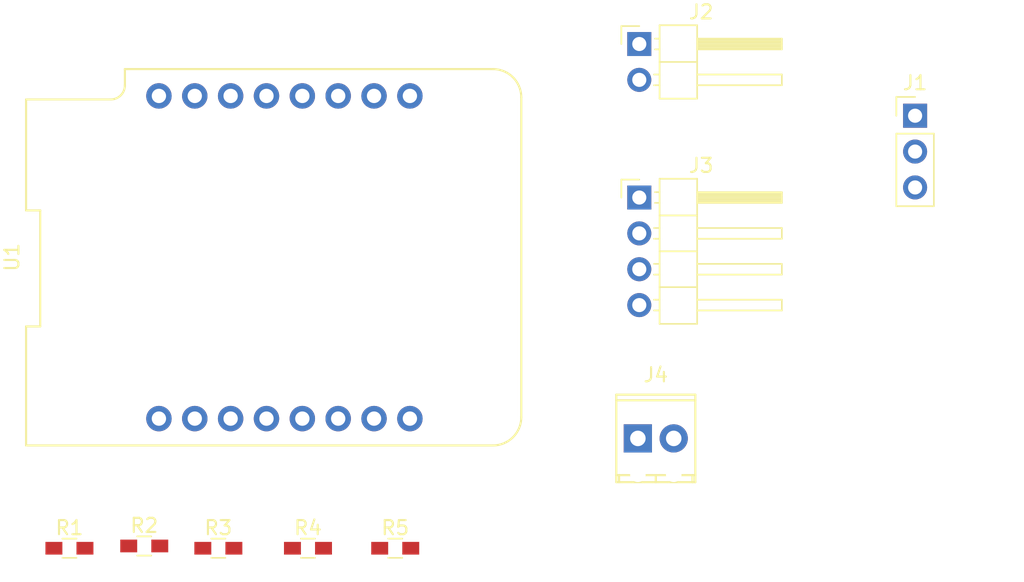
<source format=kicad_pcb>
(kicad_pcb (version 20171130) (host pcbnew "(5.0.1-3-g963ef8bb5)")

  (general
    (thickness 1.6)
    (drawings 0)
    (tracks 0)
    (zones 0)
    (modules 10)
    (nets 38)
  )

  (page A4)
  (layers
    (0 F.Cu signal)
    (31 B.Cu signal)
    (32 B.Adhes user)
    (33 F.Adhes user)
    (34 B.Paste user)
    (35 F.Paste user)
    (36 B.SilkS user)
    (37 F.SilkS user)
    (38 B.Mask user)
    (39 F.Mask user)
    (40 Dwgs.User user)
    (41 Cmts.User user)
    (42 Eco1.User user)
    (43 Eco2.User user)
    (44 Edge.Cuts user)
    (45 Margin user)
    (46 B.CrtYd user)
    (47 F.CrtYd user)
    (48 B.Fab user)
    (49 F.Fab user)
  )

  (setup
    (last_trace_width 0.25)
    (trace_clearance 0.2)
    (zone_clearance 0.508)
    (zone_45_only no)
    (trace_min 0.2)
    (segment_width 0.2)
    (edge_width 0.15)
    (via_size 0.8)
    (via_drill 0.4)
    (via_min_size 0.4)
    (via_min_drill 0.3)
    (uvia_size 0.3)
    (uvia_drill 0.1)
    (uvias_allowed no)
    (uvia_min_size 0.2)
    (uvia_min_drill 0.1)
    (pcb_text_width 0.3)
    (pcb_text_size 1.5 1.5)
    (mod_edge_width 0.15)
    (mod_text_size 1 1)
    (mod_text_width 0.15)
    (pad_size 1.524 1.524)
    (pad_drill 0.762)
    (pad_to_mask_clearance 0.051)
    (solder_mask_min_width 0.25)
    (aux_axis_origin 0 0)
    (visible_elements FFFFFF7F)
    (pcbplotparams
      (layerselection 0x010fc_ffffffff)
      (usegerberextensions false)
      (usegerberattributes false)
      (usegerberadvancedattributes false)
      (creategerberjobfile false)
      (excludeedgelayer true)
      (linewidth 0.100000)
      (plotframeref false)
      (viasonmask false)
      (mode 1)
      (useauxorigin false)
      (hpglpennumber 1)
      (hpglpenspeed 20)
      (hpglpendiameter 15.000000)
      (psnegative false)
      (psa4output false)
      (plotreference true)
      (plotvalue true)
      (plotinvisibletext false)
      (padsonsilk false)
      (subtractmaskfromsilk false)
      (outputformat 1)
      (mirror false)
      (drillshape 1)
      (scaleselection 1)
      (outputdirectory ""))
  )

  (net 0 "")
  (net 1 "Net-(J1-Pad3)")
  (net 2 "Net-(J1-Pad2)")
  (net 3 "Net-(J1-Pad1)")
  (net 4 "Net-(J2-Pad2)")
  (net 5 "Net-(J2-Pad1)")
  (net 6 "Net-(J3-Pad4)")
  (net 7 "Net-(J3-Pad3)")
  (net 8 "Net-(J3-Pad2)")
  (net 9 "Net-(J3-Pad1)")
  (net 10 "Net-(J4-Pad1)")
  (net 11 "Net-(J4-Pad2)")
  (net 12 "Net-(R1-Pad2)")
  (net 13 "Net-(R1-Pad1)")
  (net 14 "Net-(R2-Pad1)")
  (net 15 "Net-(R2-Pad2)")
  (net 16 "Net-(R3-Pad1)")
  (net 17 "Net-(R3-Pad2)")
  (net 18 "Net-(R4-Pad2)")
  (net 19 "Net-(R4-Pad1)")
  (net 20 "Net-(R5-Pad2)")
  (net 21 "Net-(R5-Pad1)")
  (net 22 "Net-(U1-Pad16)")
  (net 23 "Net-(U1-Pad1)")
  (net 24 "Net-(U1-Pad15)")
  (net 25 "Net-(U1-Pad2)")
  (net 26 "Net-(U1-Pad14)")
  (net 27 "Net-(U1-Pad3)")
  (net 28 "Net-(U1-Pad13)")
  (net 29 "Net-(U1-Pad4)")
  (net 30 "Net-(U1-Pad12)")
  (net 31 "Net-(U1-Pad5)")
  (net 32 "Net-(U1-Pad11)")
  (net 33 "Net-(U1-Pad6)")
  (net 34 "Net-(U1-Pad10)")
  (net 35 "Net-(U1-Pad7)")
  (net 36 "Net-(U1-Pad9)")
  (net 37 "Net-(U1-Pad8)")

  (net_class Default "This is the default net class."
    (clearance 0.2)
    (trace_width 0.25)
    (via_dia 0.8)
    (via_drill 0.4)
    (uvia_dia 0.3)
    (uvia_drill 0.1)
    (add_net "Net-(J1-Pad1)")
    (add_net "Net-(J1-Pad2)")
    (add_net "Net-(J1-Pad3)")
    (add_net "Net-(J2-Pad1)")
    (add_net "Net-(J2-Pad2)")
    (add_net "Net-(J3-Pad1)")
    (add_net "Net-(J3-Pad2)")
    (add_net "Net-(J3-Pad3)")
    (add_net "Net-(J3-Pad4)")
    (add_net "Net-(J4-Pad1)")
    (add_net "Net-(J4-Pad2)")
    (add_net "Net-(R1-Pad1)")
    (add_net "Net-(R1-Pad2)")
    (add_net "Net-(R2-Pad1)")
    (add_net "Net-(R2-Pad2)")
    (add_net "Net-(R3-Pad1)")
    (add_net "Net-(R3-Pad2)")
    (add_net "Net-(R4-Pad1)")
    (add_net "Net-(R4-Pad2)")
    (add_net "Net-(R5-Pad1)")
    (add_net "Net-(R5-Pad2)")
    (add_net "Net-(U1-Pad1)")
    (add_net "Net-(U1-Pad10)")
    (add_net "Net-(U1-Pad11)")
    (add_net "Net-(U1-Pad12)")
    (add_net "Net-(U1-Pad13)")
    (add_net "Net-(U1-Pad14)")
    (add_net "Net-(U1-Pad15)")
    (add_net "Net-(U1-Pad16)")
    (add_net "Net-(U1-Pad2)")
    (add_net "Net-(U1-Pad3)")
    (add_net "Net-(U1-Pad4)")
    (add_net "Net-(U1-Pad5)")
    (add_net "Net-(U1-Pad6)")
    (add_net "Net-(U1-Pad7)")
    (add_net "Net-(U1-Pad8)")
    (add_net "Net-(U1-Pad9)")
  )

  (module Pin_Headers:Pin_Header_Straight_1x03_Pitch2.54mm (layer F.Cu) (tedit 59650532) (tstamp 5CD621F1)
    (at 160.02 63.5)
    (descr "Through hole straight pin header, 1x03, 2.54mm pitch, single row")
    (tags "Through hole pin header THT 1x03 2.54mm single row")
    (path /5CD608CB)
    (fp_text reference J1 (at 0 -2.33) (layer F.SilkS)
      (effects (font (size 1 1) (thickness 0.15)))
    )
    (fp_text value Conn_01x03_Female (at 0 7.41) (layer F.Fab)
      (effects (font (size 1 1) (thickness 0.15)))
    )
    (fp_text user %R (at 0 2.54 90) (layer F.Fab)
      (effects (font (size 1 1) (thickness 0.15)))
    )
    (fp_line (start 1.8 -1.8) (end -1.8 -1.8) (layer F.CrtYd) (width 0.05))
    (fp_line (start 1.8 6.85) (end 1.8 -1.8) (layer F.CrtYd) (width 0.05))
    (fp_line (start -1.8 6.85) (end 1.8 6.85) (layer F.CrtYd) (width 0.05))
    (fp_line (start -1.8 -1.8) (end -1.8 6.85) (layer F.CrtYd) (width 0.05))
    (fp_line (start -1.33 -1.33) (end 0 -1.33) (layer F.SilkS) (width 0.12))
    (fp_line (start -1.33 0) (end -1.33 -1.33) (layer F.SilkS) (width 0.12))
    (fp_line (start -1.33 1.27) (end 1.33 1.27) (layer F.SilkS) (width 0.12))
    (fp_line (start 1.33 1.27) (end 1.33 6.41) (layer F.SilkS) (width 0.12))
    (fp_line (start -1.33 1.27) (end -1.33 6.41) (layer F.SilkS) (width 0.12))
    (fp_line (start -1.33 6.41) (end 1.33 6.41) (layer F.SilkS) (width 0.12))
    (fp_line (start -1.27 -0.635) (end -0.635 -1.27) (layer F.Fab) (width 0.1))
    (fp_line (start -1.27 6.35) (end -1.27 -0.635) (layer F.Fab) (width 0.1))
    (fp_line (start 1.27 6.35) (end -1.27 6.35) (layer F.Fab) (width 0.1))
    (fp_line (start 1.27 -1.27) (end 1.27 6.35) (layer F.Fab) (width 0.1))
    (fp_line (start -0.635 -1.27) (end 1.27 -1.27) (layer F.Fab) (width 0.1))
    (pad 3 thru_hole oval (at 0 5.08) (size 1.7 1.7) (drill 1) (layers *.Cu *.Mask)
      (net 1 "Net-(J1-Pad3)"))
    (pad 2 thru_hole oval (at 0 2.54) (size 1.7 1.7) (drill 1) (layers *.Cu *.Mask)
      (net 2 "Net-(J1-Pad2)"))
    (pad 1 thru_hole rect (at 0 0) (size 1.7 1.7) (drill 1) (layers *.Cu *.Mask)
      (net 3 "Net-(J1-Pad1)"))
    (model ${KISYS3DMOD}/Pin_Headers.3dshapes/Pin_Header_Straight_1x03_Pitch2.54mm.wrl
      (at (xyz 0 0 0))
      (scale (xyz 1 1 1))
      (rotate (xyz 0 0 0))
    )
  )

  (module Pin_Headers:Pin_Header_Angled_1x02_Pitch2.54mm (layer F.Cu) (tedit 59650532) (tstamp 5CD62224)
    (at 140.480001 58.42)
    (descr "Through hole angled pin header, 1x02, 2.54mm pitch, 6mm pin length, single row")
    (tags "Through hole angled pin header THT 1x02 2.54mm single row")
    (path /5CD60B2A)
    (fp_text reference J2 (at 4.385 -2.27) (layer F.SilkS)
      (effects (font (size 1 1) (thickness 0.15)))
    )
    (fp_text value Conn_01x02_Male (at 4.385 4.81) (layer F.Fab)
      (effects (font (size 1 1) (thickness 0.15)))
    )
    (fp_text user %R (at 2.77 1.27 90) (layer F.Fab)
      (effects (font (size 1 1) (thickness 0.15)))
    )
    (fp_line (start 10.55 -1.8) (end -1.8 -1.8) (layer F.CrtYd) (width 0.05))
    (fp_line (start 10.55 4.35) (end 10.55 -1.8) (layer F.CrtYd) (width 0.05))
    (fp_line (start -1.8 4.35) (end 10.55 4.35) (layer F.CrtYd) (width 0.05))
    (fp_line (start -1.8 -1.8) (end -1.8 4.35) (layer F.CrtYd) (width 0.05))
    (fp_line (start -1.27 -1.27) (end 0 -1.27) (layer F.SilkS) (width 0.12))
    (fp_line (start -1.27 0) (end -1.27 -1.27) (layer F.SilkS) (width 0.12))
    (fp_line (start 1.042929 2.92) (end 1.44 2.92) (layer F.SilkS) (width 0.12))
    (fp_line (start 1.042929 2.16) (end 1.44 2.16) (layer F.SilkS) (width 0.12))
    (fp_line (start 10.1 2.92) (end 4.1 2.92) (layer F.SilkS) (width 0.12))
    (fp_line (start 10.1 2.16) (end 10.1 2.92) (layer F.SilkS) (width 0.12))
    (fp_line (start 4.1 2.16) (end 10.1 2.16) (layer F.SilkS) (width 0.12))
    (fp_line (start 1.44 1.27) (end 4.1 1.27) (layer F.SilkS) (width 0.12))
    (fp_line (start 1.11 0.38) (end 1.44 0.38) (layer F.SilkS) (width 0.12))
    (fp_line (start 1.11 -0.38) (end 1.44 -0.38) (layer F.SilkS) (width 0.12))
    (fp_line (start 4.1 0.28) (end 10.1 0.28) (layer F.SilkS) (width 0.12))
    (fp_line (start 4.1 0.16) (end 10.1 0.16) (layer F.SilkS) (width 0.12))
    (fp_line (start 4.1 0.04) (end 10.1 0.04) (layer F.SilkS) (width 0.12))
    (fp_line (start 4.1 -0.08) (end 10.1 -0.08) (layer F.SilkS) (width 0.12))
    (fp_line (start 4.1 -0.2) (end 10.1 -0.2) (layer F.SilkS) (width 0.12))
    (fp_line (start 4.1 -0.32) (end 10.1 -0.32) (layer F.SilkS) (width 0.12))
    (fp_line (start 10.1 0.38) (end 4.1 0.38) (layer F.SilkS) (width 0.12))
    (fp_line (start 10.1 -0.38) (end 10.1 0.38) (layer F.SilkS) (width 0.12))
    (fp_line (start 4.1 -0.38) (end 10.1 -0.38) (layer F.SilkS) (width 0.12))
    (fp_line (start 4.1 -1.33) (end 1.44 -1.33) (layer F.SilkS) (width 0.12))
    (fp_line (start 4.1 3.87) (end 4.1 -1.33) (layer F.SilkS) (width 0.12))
    (fp_line (start 1.44 3.87) (end 4.1 3.87) (layer F.SilkS) (width 0.12))
    (fp_line (start 1.44 -1.33) (end 1.44 3.87) (layer F.SilkS) (width 0.12))
    (fp_line (start 4.04 2.86) (end 10.04 2.86) (layer F.Fab) (width 0.1))
    (fp_line (start 10.04 2.22) (end 10.04 2.86) (layer F.Fab) (width 0.1))
    (fp_line (start 4.04 2.22) (end 10.04 2.22) (layer F.Fab) (width 0.1))
    (fp_line (start -0.32 2.86) (end 1.5 2.86) (layer F.Fab) (width 0.1))
    (fp_line (start -0.32 2.22) (end -0.32 2.86) (layer F.Fab) (width 0.1))
    (fp_line (start -0.32 2.22) (end 1.5 2.22) (layer F.Fab) (width 0.1))
    (fp_line (start 4.04 0.32) (end 10.04 0.32) (layer F.Fab) (width 0.1))
    (fp_line (start 10.04 -0.32) (end 10.04 0.32) (layer F.Fab) (width 0.1))
    (fp_line (start 4.04 -0.32) (end 10.04 -0.32) (layer F.Fab) (width 0.1))
    (fp_line (start -0.32 0.32) (end 1.5 0.32) (layer F.Fab) (width 0.1))
    (fp_line (start -0.32 -0.32) (end -0.32 0.32) (layer F.Fab) (width 0.1))
    (fp_line (start -0.32 -0.32) (end 1.5 -0.32) (layer F.Fab) (width 0.1))
    (fp_line (start 1.5 -0.635) (end 2.135 -1.27) (layer F.Fab) (width 0.1))
    (fp_line (start 1.5 3.81) (end 1.5 -0.635) (layer F.Fab) (width 0.1))
    (fp_line (start 4.04 3.81) (end 1.5 3.81) (layer F.Fab) (width 0.1))
    (fp_line (start 4.04 -1.27) (end 4.04 3.81) (layer F.Fab) (width 0.1))
    (fp_line (start 2.135 -1.27) (end 4.04 -1.27) (layer F.Fab) (width 0.1))
    (pad 2 thru_hole oval (at 0 2.54) (size 1.7 1.7) (drill 1) (layers *.Cu *.Mask)
      (net 4 "Net-(J2-Pad2)"))
    (pad 1 thru_hole rect (at 0 0) (size 1.7 1.7) (drill 1) (layers *.Cu *.Mask)
      (net 5 "Net-(J2-Pad1)"))
    (model ${KISYS3DMOD}/Pin_Headers.3dshapes/Pin_Header_Angled_1x02_Pitch2.54mm.wrl
      (at (xyz 0 0 0))
      (scale (xyz 1 1 1))
      (rotate (xyz 0 0 0))
    )
  )

  (module Pin_Headers:Pin_Header_Angled_1x04_Pitch2.54mm (layer F.Cu) (tedit 59650532) (tstamp 5CD62271)
    (at 140.480001 69.295001)
    (descr "Through hole angled pin header, 1x04, 2.54mm pitch, 6mm pin length, single row")
    (tags "Through hole angled pin header THT 1x04 2.54mm single row")
    (path /5CD60D13)
    (fp_text reference J3 (at 4.385 -2.27) (layer F.SilkS)
      (effects (font (size 1 1) (thickness 0.15)))
    )
    (fp_text value Conn_01x04_Male (at 4.385 9.89) (layer F.Fab)
      (effects (font (size 1 1) (thickness 0.15)))
    )
    (fp_text user %R (at 2.77 3.81 90) (layer F.Fab)
      (effects (font (size 1 1) (thickness 0.15)))
    )
    (fp_line (start 10.55 -1.8) (end -1.8 -1.8) (layer F.CrtYd) (width 0.05))
    (fp_line (start 10.55 9.4) (end 10.55 -1.8) (layer F.CrtYd) (width 0.05))
    (fp_line (start -1.8 9.4) (end 10.55 9.4) (layer F.CrtYd) (width 0.05))
    (fp_line (start -1.8 -1.8) (end -1.8 9.4) (layer F.CrtYd) (width 0.05))
    (fp_line (start -1.27 -1.27) (end 0 -1.27) (layer F.SilkS) (width 0.12))
    (fp_line (start -1.27 0) (end -1.27 -1.27) (layer F.SilkS) (width 0.12))
    (fp_line (start 1.042929 8) (end 1.44 8) (layer F.SilkS) (width 0.12))
    (fp_line (start 1.042929 7.24) (end 1.44 7.24) (layer F.SilkS) (width 0.12))
    (fp_line (start 10.1 8) (end 4.1 8) (layer F.SilkS) (width 0.12))
    (fp_line (start 10.1 7.24) (end 10.1 8) (layer F.SilkS) (width 0.12))
    (fp_line (start 4.1 7.24) (end 10.1 7.24) (layer F.SilkS) (width 0.12))
    (fp_line (start 1.44 6.35) (end 4.1 6.35) (layer F.SilkS) (width 0.12))
    (fp_line (start 1.042929 5.46) (end 1.44 5.46) (layer F.SilkS) (width 0.12))
    (fp_line (start 1.042929 4.7) (end 1.44 4.7) (layer F.SilkS) (width 0.12))
    (fp_line (start 10.1 5.46) (end 4.1 5.46) (layer F.SilkS) (width 0.12))
    (fp_line (start 10.1 4.7) (end 10.1 5.46) (layer F.SilkS) (width 0.12))
    (fp_line (start 4.1 4.7) (end 10.1 4.7) (layer F.SilkS) (width 0.12))
    (fp_line (start 1.44 3.81) (end 4.1 3.81) (layer F.SilkS) (width 0.12))
    (fp_line (start 1.042929 2.92) (end 1.44 2.92) (layer F.SilkS) (width 0.12))
    (fp_line (start 1.042929 2.16) (end 1.44 2.16) (layer F.SilkS) (width 0.12))
    (fp_line (start 10.1 2.92) (end 4.1 2.92) (layer F.SilkS) (width 0.12))
    (fp_line (start 10.1 2.16) (end 10.1 2.92) (layer F.SilkS) (width 0.12))
    (fp_line (start 4.1 2.16) (end 10.1 2.16) (layer F.SilkS) (width 0.12))
    (fp_line (start 1.44 1.27) (end 4.1 1.27) (layer F.SilkS) (width 0.12))
    (fp_line (start 1.11 0.38) (end 1.44 0.38) (layer F.SilkS) (width 0.12))
    (fp_line (start 1.11 -0.38) (end 1.44 -0.38) (layer F.SilkS) (width 0.12))
    (fp_line (start 4.1 0.28) (end 10.1 0.28) (layer F.SilkS) (width 0.12))
    (fp_line (start 4.1 0.16) (end 10.1 0.16) (layer F.SilkS) (width 0.12))
    (fp_line (start 4.1 0.04) (end 10.1 0.04) (layer F.SilkS) (width 0.12))
    (fp_line (start 4.1 -0.08) (end 10.1 -0.08) (layer F.SilkS) (width 0.12))
    (fp_line (start 4.1 -0.2) (end 10.1 -0.2) (layer F.SilkS) (width 0.12))
    (fp_line (start 4.1 -0.32) (end 10.1 -0.32) (layer F.SilkS) (width 0.12))
    (fp_line (start 10.1 0.38) (end 4.1 0.38) (layer F.SilkS) (width 0.12))
    (fp_line (start 10.1 -0.38) (end 10.1 0.38) (layer F.SilkS) (width 0.12))
    (fp_line (start 4.1 -0.38) (end 10.1 -0.38) (layer F.SilkS) (width 0.12))
    (fp_line (start 4.1 -1.33) (end 1.44 -1.33) (layer F.SilkS) (width 0.12))
    (fp_line (start 4.1 8.95) (end 4.1 -1.33) (layer F.SilkS) (width 0.12))
    (fp_line (start 1.44 8.95) (end 4.1 8.95) (layer F.SilkS) (width 0.12))
    (fp_line (start 1.44 -1.33) (end 1.44 8.95) (layer F.SilkS) (width 0.12))
    (fp_line (start 4.04 7.94) (end 10.04 7.94) (layer F.Fab) (width 0.1))
    (fp_line (start 10.04 7.3) (end 10.04 7.94) (layer F.Fab) (width 0.1))
    (fp_line (start 4.04 7.3) (end 10.04 7.3) (layer F.Fab) (width 0.1))
    (fp_line (start -0.32 7.94) (end 1.5 7.94) (layer F.Fab) (width 0.1))
    (fp_line (start -0.32 7.3) (end -0.32 7.94) (layer F.Fab) (width 0.1))
    (fp_line (start -0.32 7.3) (end 1.5 7.3) (layer F.Fab) (width 0.1))
    (fp_line (start 4.04 5.4) (end 10.04 5.4) (layer F.Fab) (width 0.1))
    (fp_line (start 10.04 4.76) (end 10.04 5.4) (layer F.Fab) (width 0.1))
    (fp_line (start 4.04 4.76) (end 10.04 4.76) (layer F.Fab) (width 0.1))
    (fp_line (start -0.32 5.4) (end 1.5 5.4) (layer F.Fab) (width 0.1))
    (fp_line (start -0.32 4.76) (end -0.32 5.4) (layer F.Fab) (width 0.1))
    (fp_line (start -0.32 4.76) (end 1.5 4.76) (layer F.Fab) (width 0.1))
    (fp_line (start 4.04 2.86) (end 10.04 2.86) (layer F.Fab) (width 0.1))
    (fp_line (start 10.04 2.22) (end 10.04 2.86) (layer F.Fab) (width 0.1))
    (fp_line (start 4.04 2.22) (end 10.04 2.22) (layer F.Fab) (width 0.1))
    (fp_line (start -0.32 2.86) (end 1.5 2.86) (layer F.Fab) (width 0.1))
    (fp_line (start -0.32 2.22) (end -0.32 2.86) (layer F.Fab) (width 0.1))
    (fp_line (start -0.32 2.22) (end 1.5 2.22) (layer F.Fab) (width 0.1))
    (fp_line (start 4.04 0.32) (end 10.04 0.32) (layer F.Fab) (width 0.1))
    (fp_line (start 10.04 -0.32) (end 10.04 0.32) (layer F.Fab) (width 0.1))
    (fp_line (start 4.04 -0.32) (end 10.04 -0.32) (layer F.Fab) (width 0.1))
    (fp_line (start -0.32 0.32) (end 1.5 0.32) (layer F.Fab) (width 0.1))
    (fp_line (start -0.32 -0.32) (end -0.32 0.32) (layer F.Fab) (width 0.1))
    (fp_line (start -0.32 -0.32) (end 1.5 -0.32) (layer F.Fab) (width 0.1))
    (fp_line (start 1.5 -0.635) (end 2.135 -1.27) (layer F.Fab) (width 0.1))
    (fp_line (start 1.5 8.89) (end 1.5 -0.635) (layer F.Fab) (width 0.1))
    (fp_line (start 4.04 8.89) (end 1.5 8.89) (layer F.Fab) (width 0.1))
    (fp_line (start 4.04 -1.27) (end 4.04 8.89) (layer F.Fab) (width 0.1))
    (fp_line (start 2.135 -1.27) (end 4.04 -1.27) (layer F.Fab) (width 0.1))
    (pad 4 thru_hole oval (at 0 7.62) (size 1.7 1.7) (drill 1) (layers *.Cu *.Mask)
      (net 6 "Net-(J3-Pad4)"))
    (pad 3 thru_hole oval (at 0 5.08) (size 1.7 1.7) (drill 1) (layers *.Cu *.Mask)
      (net 7 "Net-(J3-Pad3)"))
    (pad 2 thru_hole oval (at 0 2.54) (size 1.7 1.7) (drill 1) (layers *.Cu *.Mask)
      (net 8 "Net-(J3-Pad2)"))
    (pad 1 thru_hole rect (at 0 0) (size 1.7 1.7) (drill 1) (layers *.Cu *.Mask)
      (net 9 "Net-(J3-Pad1)"))
    (model ${KISYS3DMOD}/Pin_Headers.3dshapes/Pin_Header_Angled_1x04_Pitch2.54mm.wrl
      (at (xyz 0 0 0))
      (scale (xyz 1 1 1))
      (rotate (xyz 0 0 0))
    )
  )

  (module TerminalBlocks_Phoenix:TerminalBlock_Phoenix_MPT-2.54mm_2pol (layer F.Cu) (tedit 59FF0755) (tstamp 5CD62287)
    (at 140.380001 86.36)
    (descr "2-way 2.54mm pitch terminal block, Phoenix MPT series")
    (path /5CD613D0)
    (fp_text reference J4 (at 1.27 -4.50088) (layer F.SilkS)
      (effects (font (size 1 1) (thickness 0.15)))
    )
    (fp_text value Screw_Terminal_01x02 (at 1.27 4.50088) (layer F.Fab)
      (effects (font (size 1 1) (thickness 0.15)))
    )
    (fp_line (start -1.52908 -3.0988) (end -1.52908 3.0988) (layer F.SilkS) (width 0.15))
    (fp_line (start 4.06908 -3.0988) (end -1.52908 -3.0988) (layer F.SilkS) (width 0.15))
    (fp_line (start 4.06908 3.0988) (end 4.06908 -3.0988) (layer F.SilkS) (width 0.15))
    (fp_line (start -1.52908 3.0988) (end 4.06908 3.0988) (layer F.SilkS) (width 0.15))
    (fp_line (start -1.52908 -2.70002) (end 4.06908 -2.70002) (layer F.SilkS) (width 0.15))
    (fp_line (start 1.27 3.0988) (end 1.27 2.60096) (layer F.SilkS) (width 0.15))
    (fp_line (start 3.87096 2.60096) (end 3.87096 3.0988) (layer F.SilkS) (width 0.15))
    (fp_line (start -1.33096 3.0988) (end -1.33096 2.60096) (layer F.SilkS) (width 0.15))
    (fp_line (start 4.06908 2.60096) (end -1.52908 2.60096) (layer F.SilkS) (width 0.15))
    (fp_line (start 4.3 -3.3) (end 4.3 3.3) (layer F.CrtYd) (width 0.05))
    (fp_line (start 4.3 3.3) (end -1.7 3.3) (layer F.CrtYd) (width 0.05))
    (fp_line (start -1.7 3.3) (end -1.7 -3.3) (layer F.CrtYd) (width 0.05))
    (fp_line (start -1.7 -3.3) (end 4.3 -3.3) (layer F.CrtYd) (width 0.05))
    (fp_text user %R (at 1.27 1.045) (layer F.Fab)
      (effects (font (size 1 1) (thickness 0.15)))
    )
    (pad "" np_thru_hole circle (at 2.54 2.54) (size 1.1 1.1) (drill 1.1) (layers *.Cu *.Mask))
    (pad "" np_thru_hole circle (at 0 2.54) (size 1.1 1.1) (drill 1.1) (layers *.Cu *.Mask))
    (pad 1 thru_hole rect (at 0 0) (size 1.99898 1.99898) (drill 1.09728) (layers *.Cu *.Mask)
      (net 10 "Net-(J4-Pad1)"))
    (pad 2 thru_hole oval (at 2.54 0) (size 1.99898 1.99898) (drill 1.09728) (layers *.Cu *.Mask)
      (net 11 "Net-(J4-Pad2)"))
    (model ${KISYS3DMOD}/TerminalBlock_Phoenix.3dshapes/TerminalBlock_Phoenix_MPT-2.54mm_2pol.wrl
      (offset (xyz 1.269999980926514 0 0))
      (scale (xyz 1 1 1))
      (rotate (xyz 0 0 0))
    )
  )

  (module Resistors_SMD:R_0603_HandSoldering (layer F.Cu) (tedit 58E0A804) (tstamp 5CD631E8)
    (at 100.110001 94.140001)
    (descr "Resistor SMD 0603, hand soldering")
    (tags "resistor 0603")
    (path /5CD60E87)
    (attr smd)
    (fp_text reference R1 (at 0 -1.45) (layer F.SilkS)
      (effects (font (size 1 1) (thickness 0.15)))
    )
    (fp_text value R (at 0 1.55) (layer F.Fab)
      (effects (font (size 1 1) (thickness 0.15)))
    )
    (fp_line (start 1.95 0.7) (end -1.96 0.7) (layer F.CrtYd) (width 0.05))
    (fp_line (start 1.95 0.7) (end 1.95 -0.7) (layer F.CrtYd) (width 0.05))
    (fp_line (start -1.96 -0.7) (end -1.96 0.7) (layer F.CrtYd) (width 0.05))
    (fp_line (start -1.96 -0.7) (end 1.95 -0.7) (layer F.CrtYd) (width 0.05))
    (fp_line (start -0.5 -0.68) (end 0.5 -0.68) (layer F.SilkS) (width 0.12))
    (fp_line (start 0.5 0.68) (end -0.5 0.68) (layer F.SilkS) (width 0.12))
    (fp_line (start -0.8 -0.4) (end 0.8 -0.4) (layer F.Fab) (width 0.1))
    (fp_line (start 0.8 -0.4) (end 0.8 0.4) (layer F.Fab) (width 0.1))
    (fp_line (start 0.8 0.4) (end -0.8 0.4) (layer F.Fab) (width 0.1))
    (fp_line (start -0.8 0.4) (end -0.8 -0.4) (layer F.Fab) (width 0.1))
    (fp_text user %R (at 0 0) (layer F.Fab)
      (effects (font (size 0.4 0.4) (thickness 0.075)))
    )
    (pad 2 smd rect (at 1.1 0) (size 1.2 0.9) (layers F.Cu F.Paste F.Mask)
      (net 12 "Net-(R1-Pad2)"))
    (pad 1 smd rect (at -1.1 0) (size 1.2 0.9) (layers F.Cu F.Paste F.Mask)
      (net 13 "Net-(R1-Pad1)"))
    (model ${KISYS3DMOD}/Resistors_SMD.3dshapes/R_0603.wrl
      (at (xyz 0 0 0))
      (scale (xyz 1 1 1))
      (rotate (xyz 0 0 0))
    )
  )

  (module Resistors_SMD:R_0603_HandSoldering (layer F.Cu) (tedit 58E0A804) (tstamp 5CD622A9)
    (at 105.41 93.98)
    (descr "Resistor SMD 0603, hand soldering")
    (tags "resistor 0603")
    (path /5CD60FB4)
    (attr smd)
    (fp_text reference R2 (at 0 -1.45) (layer F.SilkS)
      (effects (font (size 1 1) (thickness 0.15)))
    )
    (fp_text value R (at 0 1.55) (layer F.Fab)
      (effects (font (size 1 1) (thickness 0.15)))
    )
    (fp_text user %R (at 0 0) (layer F.Fab)
      (effects (font (size 0.4 0.4) (thickness 0.075)))
    )
    (fp_line (start -0.8 0.4) (end -0.8 -0.4) (layer F.Fab) (width 0.1))
    (fp_line (start 0.8 0.4) (end -0.8 0.4) (layer F.Fab) (width 0.1))
    (fp_line (start 0.8 -0.4) (end 0.8 0.4) (layer F.Fab) (width 0.1))
    (fp_line (start -0.8 -0.4) (end 0.8 -0.4) (layer F.Fab) (width 0.1))
    (fp_line (start 0.5 0.68) (end -0.5 0.68) (layer F.SilkS) (width 0.12))
    (fp_line (start -0.5 -0.68) (end 0.5 -0.68) (layer F.SilkS) (width 0.12))
    (fp_line (start -1.96 -0.7) (end 1.95 -0.7) (layer F.CrtYd) (width 0.05))
    (fp_line (start -1.96 -0.7) (end -1.96 0.7) (layer F.CrtYd) (width 0.05))
    (fp_line (start 1.95 0.7) (end 1.95 -0.7) (layer F.CrtYd) (width 0.05))
    (fp_line (start 1.95 0.7) (end -1.96 0.7) (layer F.CrtYd) (width 0.05))
    (pad 1 smd rect (at -1.1 0) (size 1.2 0.9) (layers F.Cu F.Paste F.Mask)
      (net 14 "Net-(R2-Pad1)"))
    (pad 2 smd rect (at 1.1 0) (size 1.2 0.9) (layers F.Cu F.Paste F.Mask)
      (net 15 "Net-(R2-Pad2)"))
    (model ${KISYS3DMOD}/Resistors_SMD.3dshapes/R_0603.wrl
      (at (xyz 0 0 0))
      (scale (xyz 1 1 1))
      (rotate (xyz 0 0 0))
    )
  )

  (module Resistors_SMD:R_0603_HandSoldering (layer F.Cu) (tedit 58E0A804) (tstamp 5CD622BA)
    (at 110.66 94.140001)
    (descr "Resistor SMD 0603, hand soldering")
    (tags "resistor 0603")
    (path /5CD610FF)
    (attr smd)
    (fp_text reference R3 (at 0 -1.45) (layer F.SilkS)
      (effects (font (size 1 1) (thickness 0.15)))
    )
    (fp_text value R (at 0 1.55) (layer F.Fab)
      (effects (font (size 1 1) (thickness 0.15)))
    )
    (fp_text user %R (at 0 0) (layer F.Fab)
      (effects (font (size 0.4 0.4) (thickness 0.075)))
    )
    (fp_line (start -0.8 0.4) (end -0.8 -0.4) (layer F.Fab) (width 0.1))
    (fp_line (start 0.8 0.4) (end -0.8 0.4) (layer F.Fab) (width 0.1))
    (fp_line (start 0.8 -0.4) (end 0.8 0.4) (layer F.Fab) (width 0.1))
    (fp_line (start -0.8 -0.4) (end 0.8 -0.4) (layer F.Fab) (width 0.1))
    (fp_line (start 0.5 0.68) (end -0.5 0.68) (layer F.SilkS) (width 0.12))
    (fp_line (start -0.5 -0.68) (end 0.5 -0.68) (layer F.SilkS) (width 0.12))
    (fp_line (start -1.96 -0.7) (end 1.95 -0.7) (layer F.CrtYd) (width 0.05))
    (fp_line (start -1.96 -0.7) (end -1.96 0.7) (layer F.CrtYd) (width 0.05))
    (fp_line (start 1.95 0.7) (end 1.95 -0.7) (layer F.CrtYd) (width 0.05))
    (fp_line (start 1.95 0.7) (end -1.96 0.7) (layer F.CrtYd) (width 0.05))
    (pad 1 smd rect (at -1.1 0) (size 1.2 0.9) (layers F.Cu F.Paste F.Mask)
      (net 16 "Net-(R3-Pad1)"))
    (pad 2 smd rect (at 1.1 0) (size 1.2 0.9) (layers F.Cu F.Paste F.Mask)
      (net 17 "Net-(R3-Pad2)"))
    (model ${KISYS3DMOD}/Resistors_SMD.3dshapes/R_0603.wrl
      (at (xyz 0 0 0))
      (scale (xyz 1 1 1))
      (rotate (xyz 0 0 0))
    )
  )

  (module Resistors_SMD:R_0603_HandSoldering (layer F.Cu) (tedit 58E0A804) (tstamp 5CD622CB)
    (at 117.01 94.140001)
    (descr "Resistor SMD 0603, hand soldering")
    (tags "resistor 0603")
    (path /5CD610A4)
    (attr smd)
    (fp_text reference R4 (at 0 -1.45) (layer F.SilkS)
      (effects (font (size 1 1) (thickness 0.15)))
    )
    (fp_text value R (at 0 1.55) (layer F.Fab)
      (effects (font (size 1 1) (thickness 0.15)))
    )
    (fp_line (start 1.95 0.7) (end -1.96 0.7) (layer F.CrtYd) (width 0.05))
    (fp_line (start 1.95 0.7) (end 1.95 -0.7) (layer F.CrtYd) (width 0.05))
    (fp_line (start -1.96 -0.7) (end -1.96 0.7) (layer F.CrtYd) (width 0.05))
    (fp_line (start -1.96 -0.7) (end 1.95 -0.7) (layer F.CrtYd) (width 0.05))
    (fp_line (start -0.5 -0.68) (end 0.5 -0.68) (layer F.SilkS) (width 0.12))
    (fp_line (start 0.5 0.68) (end -0.5 0.68) (layer F.SilkS) (width 0.12))
    (fp_line (start -0.8 -0.4) (end 0.8 -0.4) (layer F.Fab) (width 0.1))
    (fp_line (start 0.8 -0.4) (end 0.8 0.4) (layer F.Fab) (width 0.1))
    (fp_line (start 0.8 0.4) (end -0.8 0.4) (layer F.Fab) (width 0.1))
    (fp_line (start -0.8 0.4) (end -0.8 -0.4) (layer F.Fab) (width 0.1))
    (fp_text user %R (at 0 0) (layer F.Fab)
      (effects (font (size 0.4 0.4) (thickness 0.075)))
    )
    (pad 2 smd rect (at 1.1 0) (size 1.2 0.9) (layers F.Cu F.Paste F.Mask)
      (net 18 "Net-(R4-Pad2)"))
    (pad 1 smd rect (at -1.1 0) (size 1.2 0.9) (layers F.Cu F.Paste F.Mask)
      (net 19 "Net-(R4-Pad1)"))
    (model ${KISYS3DMOD}/Resistors_SMD.3dshapes/R_0603.wrl
      (at (xyz 0 0 0))
      (scale (xyz 1 1 1))
      (rotate (xyz 0 0 0))
    )
  )

  (module Resistors_SMD:R_0603_HandSoldering (layer F.Cu) (tedit 58E0A804) (tstamp 5CD622DC)
    (at 123.19 94.140001)
    (descr "Resistor SMD 0603, hand soldering")
    (tags "resistor 0603")
    (path /5CD6122D)
    (attr smd)
    (fp_text reference R5 (at 0 -1.45) (layer F.SilkS)
      (effects (font (size 1 1) (thickness 0.15)))
    )
    (fp_text value R (at 0 1.55) (layer F.Fab)
      (effects (font (size 1 1) (thickness 0.15)))
    )
    (fp_line (start 1.95 0.7) (end -1.96 0.7) (layer F.CrtYd) (width 0.05))
    (fp_line (start 1.95 0.7) (end 1.95 -0.7) (layer F.CrtYd) (width 0.05))
    (fp_line (start -1.96 -0.7) (end -1.96 0.7) (layer F.CrtYd) (width 0.05))
    (fp_line (start -1.96 -0.7) (end 1.95 -0.7) (layer F.CrtYd) (width 0.05))
    (fp_line (start -0.5 -0.68) (end 0.5 -0.68) (layer F.SilkS) (width 0.12))
    (fp_line (start 0.5 0.68) (end -0.5 0.68) (layer F.SilkS) (width 0.12))
    (fp_line (start -0.8 -0.4) (end 0.8 -0.4) (layer F.Fab) (width 0.1))
    (fp_line (start 0.8 -0.4) (end 0.8 0.4) (layer F.Fab) (width 0.1))
    (fp_line (start 0.8 0.4) (end -0.8 0.4) (layer F.Fab) (width 0.1))
    (fp_line (start -0.8 0.4) (end -0.8 -0.4) (layer F.Fab) (width 0.1))
    (fp_text user %R (at 2.159999 0) (layer F.Fab)
      (effects (font (size 0.4 0.4) (thickness 0.075)))
    )
    (pad 2 smd rect (at 1.1 0) (size 1.2 0.9) (layers F.Cu F.Paste F.Mask)
      (net 20 "Net-(R5-Pad2)"))
    (pad 1 smd rect (at -1.1 0) (size 1.2 0.9) (layers F.Cu F.Paste F.Mask)
      (net 21 "Net-(R5-Pad1)"))
    (model ${KISYS3DMOD}/Resistors_SMD.3dshapes/R_0603.wrl
      (at (xyz 0 0 0))
      (scale (xyz 1 1 1))
      (rotate (xyz 0 0 0))
    )
  )

  (module wemos-d1-mini:wemos-d1-mini-with-pin-header-and-connector (layer F.Cu) (tedit 58B56593) (tstamp 5CD62307)
    (at 115.340001 73.527025)
    (path /5CD60680)
    (fp_text reference U1 (at -19.3 0 90) (layer F.SilkS)
      (effects (font (size 1 1) (thickness 0.15)))
    )
    (fp_text value WeMos_mini (at 0 0) (layer F.Fab)
      (effects (font (size 1 1) (thickness 0.15)))
    )
    (fp_line (start -18.3 13.33) (end 14.78 13.33) (layer F.SilkS) (width 0.15))
    (fp_line (start 16.78 11.33) (end 16.78 -11.33) (layer F.SilkS) (width 0.15))
    (fp_line (start 14.78 -13.33) (end -11.3 -13.33) (layer F.SilkS) (width 0.15))
    (fp_line (start -18.3 -11.18) (end -18.3 -3.32) (layer F.SilkS) (width 0.15))
    (fp_line (start -18.3 -3.32) (end -17.3 -3.32) (layer F.SilkS) (width 0.15))
    (fp_line (start -17.3 -3.32) (end -17.3 4.9) (layer F.SilkS) (width 0.15))
    (fp_line (start -17.3 4.9) (end -18.3 4.9) (layer F.SilkS) (width 0.15))
    (fp_line (start -18.3 4.9) (end -18.3 13.329999) (layer F.SilkS) (width 0.15))
    (fp_line (start -11.48 -13.5) (end 14.85 -13.5) (layer F.CrtYd) (width 0.05))
    (fp_line (start 16.94 -11.5) (end 16.94 11.5) (layer F.CrtYd) (width 0.05))
    (fp_line (start 14.94 13.5) (end -18.46 13.5) (layer F.CrtYd) (width 0.05))
    (fp_line (start -18.46 13.5) (end -18.46 -11.33) (layer F.CrtYd) (width 0.05))
    (fp_arc (start 14.78 -11.33) (end 14.78 -13.33) (angle 90) (layer F.SilkS) (width 0.15))
    (fp_arc (start 14.78 11.33) (end 16.78 11.33) (angle 90) (layer F.SilkS) (width 0.15))
    (fp_arc (start 14.94 11.5) (end 16.94 11.5) (angle 90) (layer F.CrtYd) (width 0.05))
    (fp_arc (start 14.94 -11.5) (end 14.85 -13.5) (angle 92.57657183) (layer F.CrtYd) (width 0.05))
    (fp_line (start -18.3 -11.18) (end -12.3 -11.18) (layer F.SilkS) (width 0.15))
    (fp_arc (start -12.3 -12.18) (end -11.3 -12.18) (angle 90) (layer F.SilkS) (width 0.15))
    (fp_line (start -11.3 -12.17) (end -11.3 -13.33) (layer F.SilkS) (width 0.15))
    (fp_line (start -11.3 -13.33) (end -11.3 -13.33) (layer F.SilkS) (width 0.15))
    (fp_line (start -11.48 -13.5) (end -11.48 -12.33) (layer F.CrtYd) (width 0.05))
    (fp_line (start -18.46 -11.33) (end -12.48 -11.33) (layer F.CrtYd) (width 0.05))
    (fp_arc (start -12.48 -12.33) (end -11.48 -12.33) (angle 90) (layer F.CrtYd) (width 0.05))
    (pad 16 thru_hole circle (at -8.89 -11.43) (size 1.8 1.8) (drill 1.016) (layers *.Cu *.Mask)
      (net 22 "Net-(U1-Pad16)"))
    (pad 1 thru_hole circle (at -8.89 11.43) (size 1.8 1.8) (drill 1.016) (layers *.Cu *.Mask)
      (net 23 "Net-(U1-Pad1)"))
    (pad 15 thru_hole circle (at -6.35 -11.43) (size 1.8 1.8) (drill 1.016) (layers *.Cu *.Mask)
      (net 24 "Net-(U1-Pad15)"))
    (pad 2 thru_hole circle (at -6.35 11.43) (size 1.8 1.8) (drill 1.016) (layers *.Cu *.Mask)
      (net 25 "Net-(U1-Pad2)"))
    (pad 14 thru_hole circle (at -3.81 -11.43) (size 1.8 1.8) (drill 1.016) (layers *.Cu *.Mask)
      (net 26 "Net-(U1-Pad14)"))
    (pad 3 thru_hole circle (at -3.81 11.43) (size 1.8 1.8) (drill 1.016) (layers *.Cu *.Mask)
      (net 27 "Net-(U1-Pad3)"))
    (pad 13 thru_hole circle (at -1.27 -11.43) (size 1.8 1.8) (drill 1.016) (layers *.Cu *.Mask)
      (net 28 "Net-(U1-Pad13)"))
    (pad 4 thru_hole circle (at -1.27 11.43) (size 1.8 1.8) (drill 1.016) (layers *.Cu *.Mask)
      (net 29 "Net-(U1-Pad4)"))
    (pad 12 thru_hole circle (at 1.27 -11.43) (size 1.8 1.8) (drill 1.016) (layers *.Cu *.Mask)
      (net 30 "Net-(U1-Pad12)"))
    (pad 5 thru_hole circle (at 1.27 11.43) (size 1.8 1.8) (drill 1.016) (layers *.Cu *.Mask)
      (net 31 "Net-(U1-Pad5)"))
    (pad 11 thru_hole circle (at 3.81 -11.43) (size 1.8 1.8) (drill 1.016) (layers *.Cu *.Mask)
      (net 32 "Net-(U1-Pad11)"))
    (pad 6 thru_hole circle (at 3.81 11.43) (size 1.8 1.8) (drill 1.016) (layers *.Cu *.Mask)
      (net 33 "Net-(U1-Pad6)"))
    (pad 10 thru_hole circle (at 6.35 -11.43) (size 1.8 1.8) (drill 1.016) (layers *.Cu *.Mask)
      (net 34 "Net-(U1-Pad10)"))
    (pad 7 thru_hole circle (at 6.35 11.43) (size 1.8 1.8) (drill 1.016) (layers *.Cu *.Mask)
      (net 35 "Net-(U1-Pad7)"))
    (pad 9 thru_hole circle (at 8.89 -11.43) (size 1.8 1.8) (drill 1.016) (layers *.Cu *.Mask)
      (net 36 "Net-(U1-Pad9)"))
    (pad 8 thru_hole circle (at 8.89 11.43) (size 1.8 1.8) (drill 1.016) (layers *.Cu *.Mask)
      (net 37 "Net-(U1-Pad8)"))
    (model ${KIPRJMOD}/3dshapes/wemos_d1_mini.3dshapes/d1_mini_shield.wrl
      (offset (xyz -17.89999973116897 -12.79999980776329 8.39999987384466))
      (scale (xyz 0.3937 0.3937 0.3937))
      (rotate (xyz 0 180 90))
    )
    (model ${KIPRJMOD}/3dshapes/wemos_d1_mini.3dshapes/SLW-108-01-G-S.wrl
      (offset (xyz 0 -11.39999982878918 0))
      (scale (xyz 0.3937 0.3937 0.3937))
      (rotate (xyz -90 0 0))
    )
    (model ${KIPRJMOD}/3dshapes/wemos_d1_mini.3dshapes/SLW-108-01-G-S.wrl
      (offset (xyz 0 11.39999982878918 0))
      (scale (xyz 0.3937 0.3937 0.3937))
      (rotate (xyz -90 0 0))
    )
    (model ${KIPRJMOD}/3dshapes/wemos_d1_mini.3dshapes/TSW-108-05-G-S.wrl
      (offset (xyz 0 -11.39999982878918 7.299999890364999))
      (scale (xyz 0.3937 0.3937 0.3937))
      (rotate (xyz 90 0 0))
    )
    (model ${KIPRJMOD}/3dshapes/wemos_d1_mini.3dshapes/TSW-108-05-G-S.wrl
      (offset (xyz 0 11.39999982878918 7.299999890364999))
      (scale (xyz 0.3937 0.3937 0.3937))
      (rotate (xyz 90 0 0))
    )
  )

)

</source>
